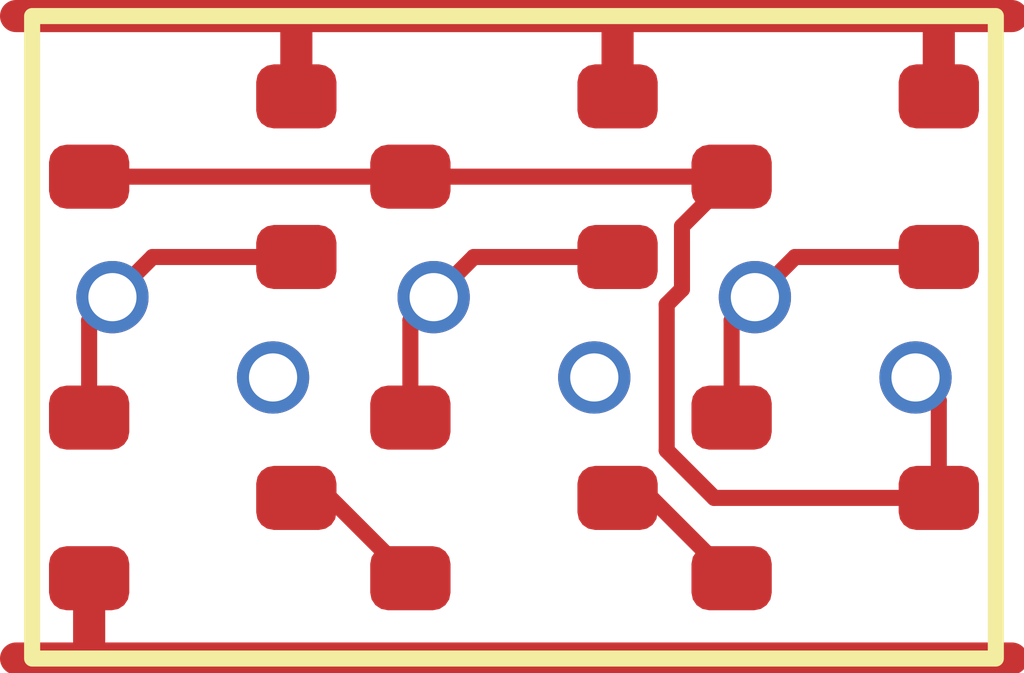
<source format=kicad_pcb>
(kicad_pcb (version 20241229) (generator "pcbnew") (generator_version "9.0")
  (layers (0 "F.Cu" signal) (2 "B.Cu" signal) (13 "F.Paste" user) (15 "B.Paste" user) (5 "F.SilkS" user "F.Silkscreen") (7 "B.SilkS" user "B.Silkscreen") (1 "F.Mask" user) (3 "B.Mask" user) (25 "Edge.Cuts" user))
  (net 0 "")
  (net 1 "GND")
  (net 2 "Y")
  (net 3 "A3")
  (net 4 "VDD")
  (net 5 "A1")
  (net 6 "A2")
  (net 7 "int1")
  (net 8 "int2")
  (footprint "RV523:SOT523" (layer "F.Cu") (at 5 1 180)
    (property "Reference" "P3" (hide yes))
    (property "Value" "PMOS" (hide yes))
    (pad "1" smd roundrect (at -0.645 -0.5) (size 0.5 0.399) (layers "F.Cu" "F.Mask" "F.Paste") (roundrect_rratio 0.275) (net 3 "A3"))
    (pad "2" smd roundrect (at -0.645 0.5) (size 0.5 0.399) (layers "F.Cu" "F.Mask" "F.Paste") (roundrect_rratio 0.275) (net 4 "VDD"))
    (pad "3" smd roundrect (at 0.645 0) (size 0.5 0.399) (layers "F.Cu" "F.Mask" "F.Paste") (roundrect_rratio 0.275) (net 2 "Y"))
  )
  (footprint "RV523:SOT523" (layer "F.Cu") (at 1 1 180)
    (property "Reference" "P1" (hide yes))
    (property "Value" "PMOS" (hide yes))
    (pad "1" smd roundrect (at -0.645 -0.5) (size 0.5 0.399) (layers "F.Cu" "F.Mask" "F.Paste") (roundrect_rratio 0.275) (net 5 "A1"))
    (pad "2" smd roundrect (at -0.645 0.5) (size 0.5 0.399) (layers "F.Cu" "F.Mask" "F.Paste") (roundrect_rratio 0.275) (net 4 "VDD"))
    (pad "3" smd roundrect (at 0.645 0) (size 0.5 0.399) (layers "F.Cu" "F.Mask" "F.Paste") (roundrect_rratio 0.275) (net 2 "Y"))
  )
  (footprint "RV523:SOT523" (layer "F.Cu") (at 5 3)
    (property "Reference" "N3" (hide yes))
    (property "Value" "NMOS" (hide yes))
    (pad "1" smd roundrect (at -0.645 -0.5 180) (size 0.5 0.399) (layers "F.Cu" "F.Mask" "F.Paste") (roundrect_rratio 0.275) (net 3 "A3"))
    (pad "2" smd roundrect (at -0.645 0.5 180) (size 0.5 0.399) (layers "F.Cu" "F.Mask" "F.Paste") (roundrect_rratio 0.275) (net 8 "int2"))
    (pad "3" smd roundrect (at 0.645 0 180) (size 0.5 0.399) (layers "F.Cu" "F.Mask" "F.Paste") (roundrect_rratio 0.275) (net 2 "Y"))
  )
  (footprint "RV523:SOT523" (layer "F.Cu") (at 3 1 180)
    (property "Reference" "P2" (hide yes))
    (property "Value" "PMOS" (hide yes))
    (pad "1" smd roundrect (at -0.645 -0.5) (size 0.5 0.399) (layers "F.Cu" "F.Mask" "F.Paste") (roundrect_rratio 0.275) (net 6 "A2"))
    (pad "2" smd roundrect (at -0.645 0.5) (size 0.5 0.399) (layers "F.Cu" "F.Mask" "F.Paste") (roundrect_rratio 0.275) (net 4 "VDD"))
    (pad "3" smd roundrect (at 0.645 0) (size 0.5 0.399) (layers "F.Cu" "F.Mask" "F.Paste") (roundrect_rratio 0.275) (net 2 "Y"))
  )
  (footprint "RV523:SOT523" (layer "F.Cu") (at 3 3)
    (property "Reference" "N2" (hide yes))
    (property "Value" "NMOS" (hide yes))
    (pad "1" smd roundrect (at -0.645 -0.5 180) (size 0.5 0.399) (layers "F.Cu" "F.Mask" "F.Paste") (roundrect_rratio 0.275) (net 6 "A2"))
    (pad "2" smd roundrect (at -0.645 0.5 180) (size 0.5 0.399) (layers "F.Cu" "F.Mask" "F.Paste") (roundrect_rratio 0.275) (net 7 "int1"))
    (pad "3" smd roundrect (at 0.645 0 180) (size 0.5 0.399) (layers "F.Cu" "F.Mask" "F.Paste") (roundrect_rratio 0.275) (net 8 "int2"))
  )
  (footprint "RV523:SOT523" (layer "F.Cu") (at 1 3)
    (property "Reference" "N1" (hide yes))
    (property "Value" "NMOS" (hide yes))
    (pad "1" smd roundrect (at -0.645 -0.5 180) (size 0.5 0.399) (layers "F.Cu" "F.Mask" "F.Paste") (roundrect_rratio 0.275) (net 5 "A1"))
    (pad "2" smd roundrect (at -0.645 0.5 180) (size 0.5 0.399) (layers "F.Cu" "F.Mask" "F.Paste") (roundrect_rratio 0.275) (net 1 "GND"))
    (pad "3" smd roundrect (at 0.645 0 180) (size 0.5 0.399) (layers "F.Cu" "F.Mask" "F.Paste") (roundrect_rratio 0.275) (net 7 "int1"))
  )
  (gr_rect (start 0 0) (end 6 4) (stroke (width 0.1)) (fill no) (layer "F.SilkS"))
  (via (at 3.5 2.25) (size 0.45) (drill 0.3) (layers "F.Cu" "B.Cu") (net 0))
  (via (at 1.5 2.25) (size 0.45) (drill 0.3) (layers "F.Cu" "B.Cu") (net 0))
  (segment (start 0.355 3.5) (end 0.355 3.987) (width 0.2) (layer "F.Cu") (net 1))
  (segment (start -0.1 4) (end 0.368 4) (width 0.2) (layer "F.Cu") (net 1))
  (segment (start 0.355 3.987) (end 0.368 4) (width 0.2) (layer "F.Cu") (net 1))
  (segment (start 0.368 4) (end 6.1 4) (width 0.2) (layer "F.Cu") (net 1))
  (segment (start 0.355 1) (end 2.355 1) (width 0.1) (layer "F.Cu") (net 2))
  (segment (start 3.951 1.795812) (end 4.046 1.700812) (width 0.1) (layer "F.Cu") (net 2))
  (segment (start 5.645 2.395) (end 5.5 2.25) (width 0.1) (layer "F.Cu") (net 2))
  (segment (start 4.046 1.309) (end 4.355 1) (width 0.1) (layer "F.Cu") (net 2))
  (segment (start 2.355 1) (end 4.355 1) (width 0.1) (layer "F.Cu") (net 2))
  (segment (start 5.645 3) (end 4.246812 3) (width 0.1) (layer "F.Cu") (net 2))
  (segment (start 4.246812 3) (end 3.951 2.704188) (width 0.1) (layer "F.Cu") (net 2))
  (segment (start 4.046 1.700812) (end 4.046 1.309) (width 0.1) (layer "F.Cu") (net 2))
  (segment (start 3.951 2.704188) (end 3.951 1.795812) (width 0.1) (layer "F.Cu") (net 2))
  (segment (start 5.645 3) (end 5.645 2.395) (width 0.1) (layer "F.Cu") (net 2))
  (via (at 5.5 2.25) (size 0.45) (drill 0.3) (layers "F.Cu" "B.Cu") (net 2))
  (segment (start 5.645 1.5) (end 4.75 1.5) (width 0.1) (layer "F.Cu") (net 3))
  (segment (start 4.355 1.895) (end 4.5 1.75) (width 0.1) (layer "F.Cu") (net 3))
  (segment (start 4.355 2.5) (end 4.355 1.895) (width 0.1) (layer "F.Cu") (net 3))
  (segment (start 4.75 1.5) (end 4.5 1.75) (width 0.1) (layer "F.Cu") (net 3))
  (via (at 4.5 1.75) (size 0.45) (drill 0.3) (layers "F.Cu" "B.Cu") (net 3))
  (segment (start 5.645 0.5) (end 5.645 0.001) (width 0.2) (layer "F.Cu") (net 4))
  (segment (start 3.645 0.5) (end 3.645 0.002) (width 0.2) (layer "F.Cu") (net 4))
  (segment (start 3.645 0.002) (end 3.643 0) (width 0.2) (layer "F.Cu") (net 4))
  (segment (start 1.645 0.5) (end 1.645 0.005) (width 0.2) (layer "F.Cu") (net 4))
  (segment (start -0.1 0) (end 1.64 0) (width 0.2) (layer "F.Cu") (net 4))
  (segment (start 1.64 0) (end 3.643 0) (width 0.2) (layer "F.Cu") (net 4))
  (segment (start 5.644 0) (end 6.1 0) (width 0.2) (layer "F.Cu") (net 4))
  (segment (start 1.645 0.005) (end 1.64 0) (width 0.2) (layer "F.Cu") (net 4))
  (segment (start 5.645 0.001) (end 5.644 0) (width 0.2) (layer "F.Cu") (net 4))
  (segment (start 3.643 0) (end 5.644 0) (width 0.2) (layer "F.Cu") (net 4))
  (segment (start 0.355 1.895) (end 0.5 1.75) (width 0.1) (layer "F.Cu") (net 5))
  (segment (start 0.75 1.5) (end 0.5 1.75) (width 0.1) (layer "F.Cu") (net 5))
  (segment (start 0.355 2.5) (end 0.355 1.895) (width 0.1) (layer "F.Cu") (net 5))
  (segment (start 1.645 1.5) (end 0.75 1.5) (width 0.1) (layer "F.Cu") (net 5))
  (via (at 0.5 1.75) (size 0.45) (drill 0.3) (layers "F.Cu" "B.Cu") (net 5))
  (segment (start 2.355 1.895) (end 2.5 1.75) (width 0.1) (layer "F.Cu") (net 6))
  (segment (start 2.355 2.5) (end 2.355 1.895) (width 0.1) (layer "F.Cu") (net 6))
  (segment (start 2.75 1.5) (end 2.5 1.75) (width 0.1) (layer "F.Cu") (net 6))
  (segment (start 3.645 1.5) (end 2.75 1.5) (width 0.1) (layer "F.Cu") (net 6))
  (via (at 2.5 1.75) (size 0.45) (drill 0.3) (layers "F.Cu" "B.Cu") (net 6))
  (segment (start 1.855 3) (end 2.355 3.5) (width 0.1) (layer "F.Cu") (net 7))
  (segment (start 1.645 3) (end 1.855 3) (width 0.1) (layer "F.Cu") (net 7))
  (segment (start 3.645 3) (end 3.855 3) (width 0.1) (layer "F.Cu") (net 8))
  (segment (start 3.855 3) (end 4.355 3.5) (width 0.1) (layer "F.Cu") (net 8))
)
</source>
